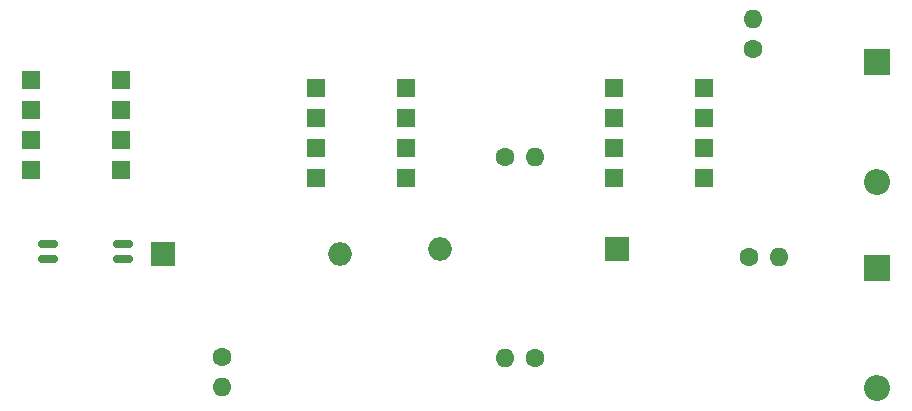
<source format=gbr>
%TF.GenerationSoftware,KiCad,Pcbnew,8.0.6*%
%TF.CreationDate,2024-11-12T11:26:50-05:00*%
%TF.ProjectId,Lab8 Schematic,4c616238-2053-4636-9865-6d617469632e,rev?*%
%TF.SameCoordinates,Original*%
%TF.FileFunction,Soldermask,Top*%
%TF.FilePolarity,Negative*%
%FSLAX46Y46*%
G04 Gerber Fmt 4.6, Leading zero omitted, Abs format (unit mm)*
G04 Created by KiCad (PCBNEW 8.0.6) date 2024-11-12 11:26:50*
%MOMM*%
%LPD*%
G01*
G04 APERTURE LIST*
G04 Aperture macros list*
%AMRoundRect*
0 Rectangle with rounded corners*
0 $1 Rounding radius*
0 $2 $3 $4 $5 $6 $7 $8 $9 X,Y pos of 4 corners*
0 Add a 4 corners polygon primitive as box body*
4,1,4,$2,$3,$4,$5,$6,$7,$8,$9,$2,$3,0*
0 Add four circle primitives for the rounded corners*
1,1,$1+$1,$2,$3*
1,1,$1+$1,$4,$5*
1,1,$1+$1,$6,$7*
1,1,$1+$1,$8,$9*
0 Add four rect primitives between the rounded corners*
20,1,$1+$1,$2,$3,$4,$5,0*
20,1,$1+$1,$4,$5,$6,$7,0*
20,1,$1+$1,$6,$7,$8,$9,0*
20,1,$1+$1,$8,$9,$2,$3,0*%
G04 Aperture macros list end*
%ADD10R,2.000000X2.000000*%
%ADD11O,2.000000X2.000000*%
%ADD12C,1.600000*%
%ADD13O,1.600000X1.600000*%
%ADD14R,1.600000X1.600000*%
%ADD15RoundRect,0.150000X-0.662500X-0.150000X0.662500X-0.150000X0.662500X0.150000X-0.662500X0.150000X0*%
%ADD16R,2.200000X2.200000*%
%ADD17O,2.200000X2.200000*%
G04 APERTURE END LIST*
D10*
%TO.C,C2*%
X149500000Y-56257500D03*
D11*
X134500000Y-56257500D03*
%TD*%
D10*
%TO.C,C1*%
X111000000Y-56742500D03*
D11*
X126000000Y-56742500D03*
%TD*%
D12*
%TO.C,R5*%
X160655000Y-57000000D03*
D13*
X163195000Y-57000000D03*
%TD*%
D12*
%TO.C,R4*%
X161000000Y-39345000D03*
D13*
X161000000Y-36805000D03*
%TD*%
%TO.C,R3*%
X140000000Y-65500000D03*
D12*
X142540000Y-65500000D03*
%TD*%
%TO.C,R2*%
X140000000Y-48500000D03*
D13*
X142540000Y-48500000D03*
%TD*%
D12*
%TO.C,R1*%
X116000000Y-65460000D03*
D13*
X116000000Y-68000000D03*
%TD*%
D14*
%TO.C,U2*%
X131620000Y-50310000D03*
X131620000Y-47770000D03*
X131620000Y-45230000D03*
X131620000Y-42690000D03*
X124000000Y-42690000D03*
X124000000Y-45230000D03*
X124000000Y-47770000D03*
X124000000Y-50310000D03*
%TD*%
D15*
%TO.C,U4*%
X101312500Y-55865000D03*
X101312500Y-57135000D03*
X107687500Y-57135000D03*
X107687500Y-55865000D03*
%TD*%
D14*
%TO.C,U1*%
X107500000Y-49620000D03*
X107500000Y-47080000D03*
X107500000Y-44540000D03*
X107500000Y-42000000D03*
X99880000Y-42000000D03*
X99880000Y-44540000D03*
X99880000Y-47080000D03*
X99880000Y-49620000D03*
%TD*%
%TO.C,U3*%
X156810000Y-50310000D03*
X156810000Y-47770000D03*
X156810000Y-45230000D03*
X156810000Y-42690000D03*
X149190000Y-42690000D03*
X149190000Y-45230000D03*
X149190000Y-47770000D03*
X149190000Y-50310000D03*
%TD*%
D16*
%TO.C,D1*%
X171500000Y-40420000D03*
D17*
X171500000Y-50580000D03*
%TD*%
D16*
%TO.C,D2*%
X171500000Y-57920000D03*
D17*
X171500000Y-68080000D03*
%TD*%
M02*

</source>
